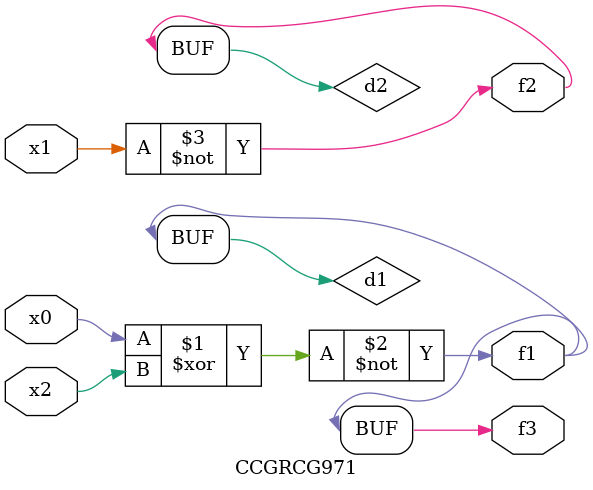
<source format=v>
module CCGRCG971(
	input x0, x1, x2,
	output f1, f2, f3
);

	wire d1, d2, d3;

	xnor (d1, x0, x2);
	nand (d2, x1);
	nor (d3, x1, x2);
	assign f1 = d1;
	assign f2 = d2;
	assign f3 = d1;
endmodule

</source>
